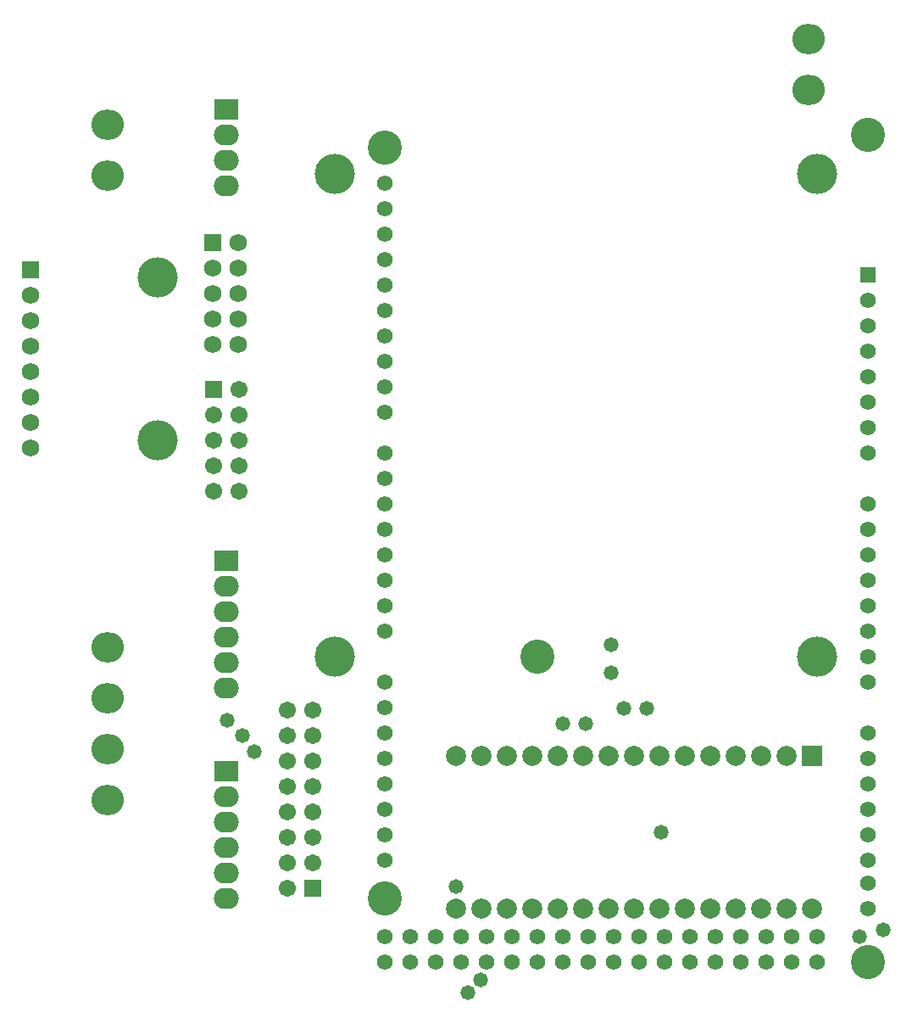
<source format=gts>
G04*
G04 #@! TF.GenerationSoftware,Altium Limited,Altium Designer,19.1.7 (138)*
G04*
G04 Layer_Color=8388736*
%FSTAX24Y24*%
%MOIN*%
G70*
G01*
G75*
%ADD15R,0.0615X0.0615*%
%ADD16C,0.0615*%
%ADD17C,0.1340*%
%ADD18O,0.1280X0.1180*%
%ADD19C,0.1576*%
%ADD20R,0.0680X0.0680*%
%ADD21C,0.0680*%
%ADD22C,0.0789*%
%ADD23R,0.0789X0.0789*%
%ADD24R,0.0671X0.0671*%
%ADD25C,0.0671*%
%ADD26O,0.0980X0.0830*%
%ADD27R,0.0980X0.0830*%
%ADD28C,0.0580*%
D15*
X065Y046478D02*
D03*
D16*
Y045478D02*
D03*
Y044478D02*
D03*
Y043478D02*
D03*
Y042478D02*
D03*
Y041478D02*
D03*
Y040478D02*
D03*
Y039478D02*
D03*
Y037478D02*
D03*
Y036478D02*
D03*
Y035478D02*
D03*
Y034478D02*
D03*
Y033478D02*
D03*
Y032478D02*
D03*
Y031478D02*
D03*
Y030478D02*
D03*
Y028478D02*
D03*
Y027478D02*
D03*
Y026478D02*
D03*
Y025478D02*
D03*
Y024478D02*
D03*
Y023478D02*
D03*
Y022578D02*
D03*
Y021578D02*
D03*
X063Y019478D02*
D03*
Y020478D02*
D03*
X062Y019478D02*
D03*
Y020478D02*
D03*
X061Y019478D02*
D03*
Y020478D02*
D03*
X06Y019478D02*
D03*
Y020478D02*
D03*
X059D02*
D03*
Y019478D02*
D03*
X058Y020478D02*
D03*
Y019478D02*
D03*
X057Y020478D02*
D03*
Y019478D02*
D03*
X056Y020478D02*
D03*
Y019478D02*
D03*
X055Y020478D02*
D03*
Y019478D02*
D03*
X054Y020478D02*
D03*
Y019478D02*
D03*
X053Y020478D02*
D03*
Y019478D02*
D03*
X052Y020478D02*
D03*
Y019478D02*
D03*
X051Y020478D02*
D03*
Y019478D02*
D03*
X05Y020478D02*
D03*
Y019478D02*
D03*
X049Y020478D02*
D03*
Y019478D02*
D03*
X048Y020478D02*
D03*
Y019478D02*
D03*
X047Y020478D02*
D03*
Y019478D02*
D03*
X046Y020478D02*
D03*
Y019478D02*
D03*
Y023478D02*
D03*
Y024478D02*
D03*
Y025478D02*
D03*
Y026478D02*
D03*
Y027478D02*
D03*
Y028478D02*
D03*
Y029478D02*
D03*
Y030478D02*
D03*
Y032478D02*
D03*
Y033478D02*
D03*
Y034478D02*
D03*
Y035478D02*
D03*
Y036478D02*
D03*
Y037478D02*
D03*
Y038478D02*
D03*
Y039478D02*
D03*
Y041078D02*
D03*
Y042078D02*
D03*
Y043078D02*
D03*
Y044078D02*
D03*
Y045078D02*
D03*
Y046078D02*
D03*
Y047078D02*
D03*
Y048078D02*
D03*
Y049078D02*
D03*
Y050078D02*
D03*
D17*
X065Y051978D02*
D03*
X063Y031478D02*
D03*
X052D02*
D03*
X046Y051478D02*
D03*
X065Y019478D02*
D03*
X046Y021978D02*
D03*
D18*
X06265Y05575D02*
D03*
Y05375D02*
D03*
X0351Y03185D02*
D03*
X035104Y025846D02*
D03*
X035101Y027849D02*
D03*
X0351Y02985D02*
D03*
Y0504D02*
D03*
Y0524D02*
D03*
D19*
X063Y031478D02*
D03*
X044028D02*
D03*
Y05045D02*
D03*
X063D02*
D03*
X03705Y04D02*
D03*
Y0464D02*
D03*
D20*
X03922Y047745D02*
D03*
X03205Y0467D02*
D03*
D21*
X04022Y047745D02*
D03*
X03922Y046745D02*
D03*
X04022D02*
D03*
X03922Y045745D02*
D03*
X04022D02*
D03*
X03922Y044745D02*
D03*
X04022D02*
D03*
X03922Y043745D02*
D03*
X04022D02*
D03*
X03205Y0427D02*
D03*
Y0437D02*
D03*
Y0447D02*
D03*
Y0457D02*
D03*
Y0417D02*
D03*
Y0407D02*
D03*
Y0397D02*
D03*
D22*
X0628Y0216D02*
D03*
X0618D02*
D03*
X0608D02*
D03*
X0598D02*
D03*
X0588D02*
D03*
X0578D02*
D03*
X0568D02*
D03*
X0558D02*
D03*
X0548D02*
D03*
X0538D02*
D03*
X0528D02*
D03*
X0518D02*
D03*
X0508D02*
D03*
X0498D02*
D03*
X0488D02*
D03*
Y0276D02*
D03*
X0498D02*
D03*
X0508D02*
D03*
X0518D02*
D03*
X0528D02*
D03*
X0538D02*
D03*
X0548D02*
D03*
X0558D02*
D03*
X0568D02*
D03*
X0578D02*
D03*
X0588D02*
D03*
X0598D02*
D03*
X0608D02*
D03*
X0618D02*
D03*
D23*
X0628D02*
D03*
D24*
X04315Y0224D02*
D03*
X03925Y042D02*
D03*
D25*
X04315Y0234D02*
D03*
Y0244D02*
D03*
Y0254D02*
D03*
Y0264D02*
D03*
Y0274D02*
D03*
Y0284D02*
D03*
Y0294D02*
D03*
X04215Y0224D02*
D03*
Y0234D02*
D03*
Y0244D02*
D03*
Y0254D02*
D03*
Y0264D02*
D03*
Y0274D02*
D03*
Y0284D02*
D03*
Y0294D02*
D03*
X03925Y041D02*
D03*
Y04D02*
D03*
Y039D02*
D03*
Y038D02*
D03*
X04025Y042D02*
D03*
Y041D02*
D03*
Y04D02*
D03*
Y039D02*
D03*
Y038D02*
D03*
D26*
X03975Y023D02*
D03*
Y026D02*
D03*
Y025D02*
D03*
Y024D02*
D03*
Y022D02*
D03*
Y03125D02*
D03*
Y03425D02*
D03*
Y03325D02*
D03*
Y03225D02*
D03*
Y03025D02*
D03*
Y05D02*
D03*
Y051D02*
D03*
Y052D02*
D03*
D27*
Y027D02*
D03*
Y03525D02*
D03*
Y053D02*
D03*
D28*
X0549Y03085D02*
D03*
Y03195D02*
D03*
X06465Y0205D02*
D03*
X0656Y02075D02*
D03*
X0488Y02245D02*
D03*
X04975Y0188D02*
D03*
X05685Y0246D02*
D03*
X04925Y0183D02*
D03*
X04085Y02775D02*
D03*
X0404Y0284D02*
D03*
X0398Y029D02*
D03*
X0539Y02885D02*
D03*
X053D02*
D03*
X0554Y02945D02*
D03*
X0563D02*
D03*
M02*

</source>
